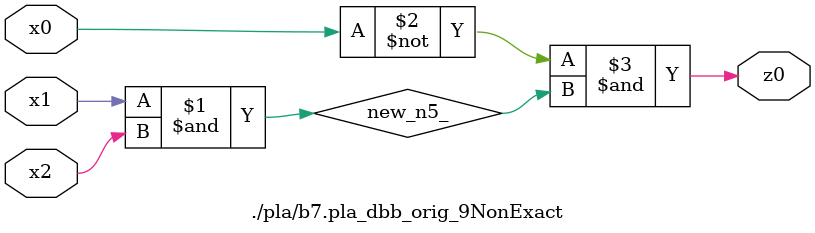
<source format=v>

module \./pla/b7.pla_dbb_orig_9NonExact  ( 
    x0, x1, x2,
    z0  );
  input  x0, x1, x2;
  output z0;
  wire new_n5_;
  assign new_n5_ = x1 & x2;
  assign z0 = ~x0 & new_n5_;
endmodule



</source>
